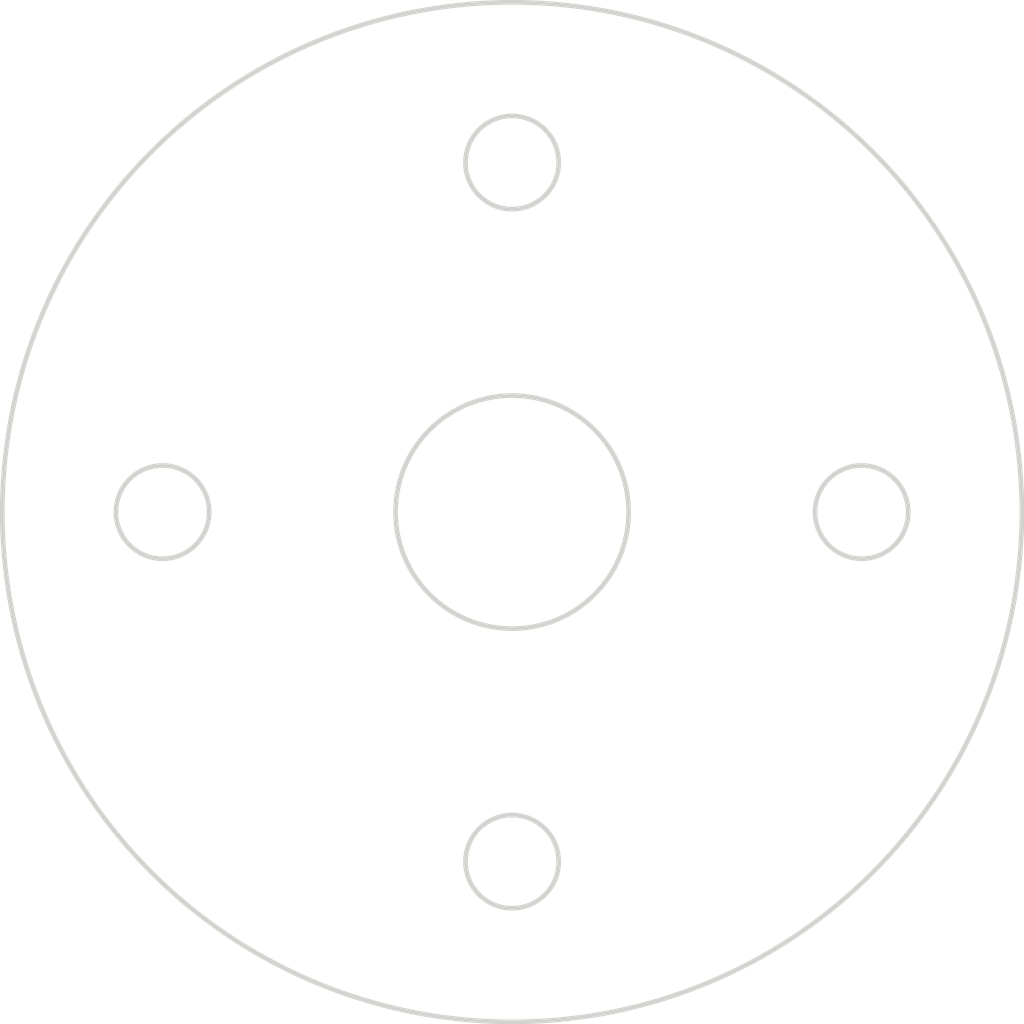
<source format=kicad_pcb>
(kicad_pcb (version 20200811) (host pcbnew "(5.99.0-2687-geae739d98)")

  (general
    (thickness 1.6)
    (drawings 0)
    (tracks 0)
    (modules 0)
    (nets 1)
  )

  (paper "A4")
  (layers
    (0 "F.Cu" signal)
    (31 "B.Cu" signal)
    (32 "B.Adhes" user)
    (33 "F.Adhes" user)
    (34 "B.Paste" user)
    (35 "F.Paste" user)
    (36 "B.SilkS" user)
    (37 "F.SilkS" user)
    (38 "B.Mask" user)
    (39 "F.Mask" user)
    (40 "Dwgs.User" user)
    (41 "Cmts.User" user)
    (42 "Eco1.User" user)
    (43 "Eco2.User" user)
    (44 "Edge.Cuts" user)
    (45 "Margin" user)
    (46 "B.CrtYd" user)
    (47 "F.CrtYd" user)
    (48 "B.Fab" user)
    (49 "F.Fab" user)
  )

  (setup
    (grid_origin 150 100)
    (pcbplotparams
      (layerselection 0x010fc_ffffffff)
      (usegerberextensions false)
      (usegerberattributes true)
      (usegerberadvancedattributes true)
      (creategerberjobfile true)
      (svguseinch false)
      (svgprecision 6)
      (excludeedgelayer true)
      (linewidth 0.100000)
      (plotframeref false)
      (viasonmask false)
      (mode 1)
      (useauxorigin false)
      (hpglpennumber 1)
      (hpglpenspeed 20)
      (hpglpendiameter 15.000000)
      (psnegative false)
      (psa4output false)
      (plotreference true)
      (plotvalue true)
      (plotinvisibletext false)
      (sketchpadsonfab false)
      (subtractmaskfromsilk false)
      (outputformat 1)
      (mirror false)
      (drillshape 1)
      (scaleselection 1)
      (outputdirectory "")
    )
  )

  (net 0 "")


  (gr_circle (center 150.000 88.000) (end 148.400 88.000) (layer Edge.Cuts) (width 0.16))
  (gr_circle (center 138.000 100.000) (end 136.400 100.000) (layer Edge.Cuts) (width 0.16))
  (gr_circle (center 150.000 100.000) (end 146.000 100.000) (layer Edge.Cuts) (width 0.16))
  (gr_circle (center 162.000 100.000) (end 160.400 100.000) (layer Edge.Cuts) (width 0.16))
  (gr_circle (center 150.000 112.000) (end 148.400 112.000) (layer Edge.Cuts) (width 0.16))
  (gr_circle (center 150.000 100.000) (end 132.500 100.000) (layer Edge.Cuts) (width 0.16))
)
 
</source>
